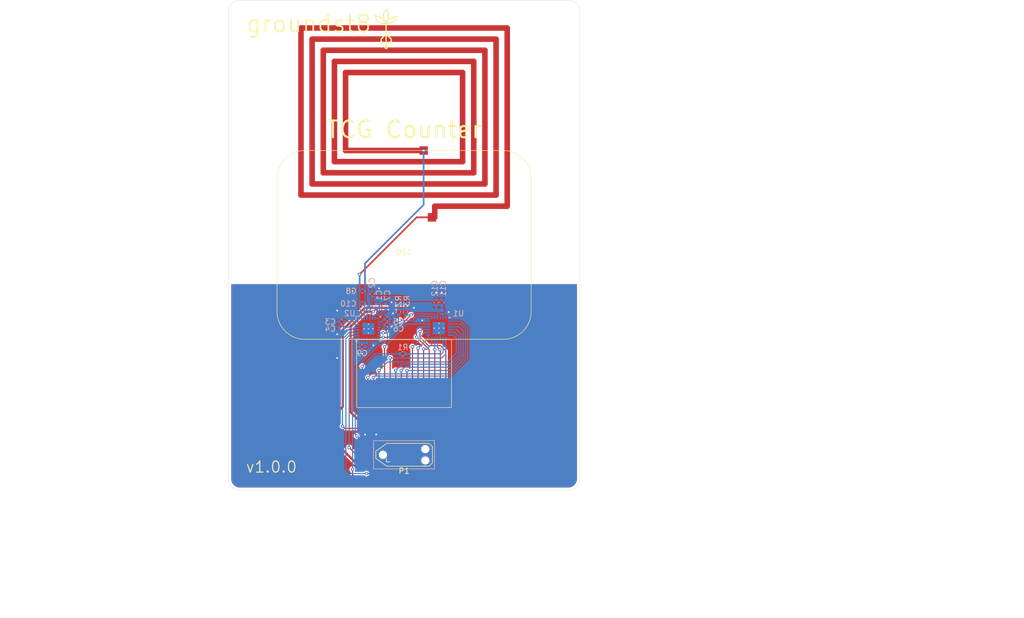
<source format=kicad_pcb>
(kicad_pcb (version 20240108) (generator "pcbnew") (generator_version "8.0")
  (title_block (title "TCG Counter") (rev "1") (company "groundst8"))
  (layers (0 "F.Cu" signal) (31 "B.Cu" signal) (34 "B.Paste" user) (35 "F.Paste" user) (36 "B.SilkS" user "B.Silkscreen") (37 "F.SilkS" user "F.Silkscreen") (38 "B.Mask" user) (39 "F.Mask" user) (44 "Edge.Cuts" user))
  (net 0 "")
  (net 1 "GND")
  (net 2 "VDDB")
  (net 3 "VDDSW")
  (net 4 "Net-(U2-VDDD)")
  (net 5 "Net-(U2-VDDH)")
  (net 6 "Net-(U2-VDD2X)")
  (net 7 "Net-(P1-~{RST})")
  (net 8 "Net-(U2-CP1)")
  (net 9 "Net-(U2-CP2)")
  (net 10 "/SVSS")
  (net 11 "TMS")
  (net 12 "TDO")
  (net 14 "TDI")
  (net 15 "TCK")
  (net 17 "Net-(U1-P07)")
  (net 18 "Net-(U2-ANT1)")
  (net 19 "/P1.1")
  (net 20 "/P1.0")
  (net 21 "Net-(U2-ANT2)")
  (net 22 "Net-(DS1-2D)")
  (net 23 "Net-(DS1-1D)")
  (net 24 "Net-(DS1-1A)")
  (net 25 "Net-(DS1-COM)")
  (net 26 "Net-(DS1-1F)")
  (net 27 "Net-(DS1-1G)")
  (net 28 "Net-(DS1-2C)")
  (net 29 "Net-(DS1-1C)")
  (net 30 "Net-(DS1-1B)")
  (net 33 "Net-(DS1-2A)")
  (net 34 "Net-(DS1-2B)")
  (net 35 "Net-(DS1-2E)")
  (net 36 "Net-(DS1-1E)")
  (net 37 "Net-(DS1-2G)")
  (net 38 "Net-(DS1-3)")
  (net 39 "Net-(DS1-2F)")
  (footprint "LOGO" (layer "F.Cu") (at 138 50)
    (property "Reference" "G***" (hide yes))
    (property "Value" "LOGO" (hide yes))
  )
  (footprint "Connector:Tag-Connect_TC2050-IDC-NL_2x05_P1.27mm_Vertical_with_bottom_clip" (layer "F.Cu") (at 141.5 126.635)
    (property "Reference" "P1" (at 0 2.9 0) (layer "F.SilkS"))
    (property "Value" "TC2050-IDC-430")
    (pad "" np_thru_hole circle (at -3.81 0) (size 0.9906 0.9906) (drill 0.9906) (layers "*.Cu" "*.Mask"))
    (pad "" np_thru_hole circle (at 3.81 -1.016) (size 0.9906 0.9906) (drill 0.9906) (layers "*.Cu" "*.Mask"))
    (pad "" np_thru_hole circle (at 3.81 1.016) (size 0.9906 0.9906) (drill 0.9906) (layers "*.Cu" "*.Mask"))
    (pad "1" connect circle (at -2.54 0.635) (size 0.7874 0.7874) (layers "F.Cu" "F.Mask") (net 12 "TDO"))
    (pad "2" connect circle (at -1.27 0.635) (size 0.7874 0.7874) (layers "F.Cu" "F.Mask") (net 3 "VDDSW"))
    (pad "3" connect circle (at 0 0.635) (size 0.7874 0.7874) (layers "F.Cu" "F.Mask") (net 14 "TDI"))
    (pad "4" connect circle (at 1.27 0.635) (size 0.7874 0.7874) (layers "F.Cu" "F.Mask"))
    (pad "5" connect circle (at 2.54 0.635) (size 0.7874 0.7874) (layers "F.Cu" "F.Mask") (net 11 "TMS"))
    (pad "6" connect circle (at 2.54 -0.635) (size 0.7874 0.7874) (layers "F.Cu" "F.Mask") (net 2 "VDDB"))
    (pad "7" connect circle (at 1.27 -0.635) (size 0.7874 0.7874) (layers "F.Cu" "F.Mask") (net 15 "TCK"))
    (pad "8" connect circle (at 0 -0.635) (size 0.7874 0.7874) (layers "F.Cu" "F.Mask"))
    (pad "9" connect circle (at -1.27 -0.635) (size 0.7874 0.7874) (layers "F.Cu" "F.Mask") (net 1 "GND"))
    (pad "10" connect circle (at -2.54 -0.635) (size 0.7874 0.7874) (layers "F.Cu" "F.Mask") (net 7 "Net-(P1-~{RST})"))
    (zone (net 0) (net_name "") (layer "F.Cu") (connect_pads (clearance 0)) (min_thickness 0.254)
      (keepout (tracks allowed) (vias not_allowed) (pads allowed) (copperpour not_allowed) (footprints not_allowed))
      (fill (thermal_gap 0.508) (thermal_bridge_width 0.508))
      (polygon (pts (xy 138.96 127.27) (xy 144.04 127.27) (xy 144.04 126) (xy 138.96 126)))
    )
  )
  (footprint "Library:D0430G02V01" (layer "F.Cu") (at 141.5 89)
    (property "Reference" "DS1" (at 0 1.25 0) (layer "F.SilkS") (effects (font (thickness 0.1))))
    (property "Value" "~")
    (pad "1" smd rect (at -7.5 26.7) (size 0.5 5) (layers "F.Cu" "F.Mask") (net 25 "Net-(DS1-COM)"))
    (pad "2" smd rect (at -6.5 26.7) (size 0.5 5) (layers "F.Cu" "F.Mask") (net 30 "Net-(DS1-1B)"))
    (pad "3" smd rect (at -5.5 26.7) (size 0.5 5) (layers "F.Cu" "F.Mask") (net 24 "Net-(DS1-1A)"))
    (pad "4" smd rect (at -4.5 26.7) (size 0.5 5) (layers "F.Cu" "F.Mask") (net 26 "Net-(DS1-1F)"))
    (pad "5" smd rect (at -3.5 26.7) (size 0.5 5) (layers "F.Cu" "F.Mask") (net 38 "Net-(DS1-3)"))
    (pad "6" smd rect (at -2.5 26.7) (size 0.5 5) (layers "F.Cu" "F.Mask") (net 27 "Net-(DS1-1G)"))
    (pad "7" smd rect (at -1.5 26.7) (size 0.5 5) (layers "F.Cu" "F.Mask") (net 36 "Net-(DS1-1E)"))
    (pad "8" smd rect (at -0.5 26.7) (size 0.5 5) (layers "F.Cu" "F.Mask") (net 23 "Net-(DS1-1D)"))
    (pad "9" smd rect (at 0.5 26.7) (size 0.5 5) (layers "F.Cu" "F.Mask") (net 29 "Net-(DS1-1C)"))
    (pad "10" smd rect (at 1.5 26.7) (size 0.5 5) (layers "F.Cu" "F.Mask") (net 35 "Net-(DS1-2E)"))
    (pad "11" smd rect (at 2.5 26.7) (size 0.5 5) (layers "F.Cu" "F.Mask") (net 22 "Net-(DS1-2D)"))
    (pad "12" smd rect (at 3.5 26.7) (size 0.5 5) (layers "F.Cu" "F.Mask") (net 28 "Net-(DS1-2C)"))
    (pad "13" smd rect (at 4.5 26.7) (size 0.5 5) (layers "F.Cu" "F.Mask") (net 37 "Net-(DS1-2G)"))
    (pad "14" smd rect (at 5.5 26.7) (size 0.5 5) (layers "F.Cu" "F.Mask") (net 34 "Net-(DS1-2B)"))
    (pad "15" smd rect (at 6.5 26.7) (size 0.5 5) (layers "F.Cu" "F.Mask") (net 33 "Net-(DS1-2A)"))
    (pad "16" smd rect (at 7.5 26.7) (size 0.5 5) (layers "F.Cu" "F.Mask") (net 39 "Net-(DS1-2F)"))
  )
  (footprint "footprints:GW10ANT" (layer "F.Cu") (at 121 49 -90)
    (property "Reference" "L1" (hide yes))
    (property "Value" "Antenna" (hide yes))
    (fp_line (start 1 -2) (end 31 -2) (stroke (width 1)) (layer "F.Cu"))
    (fp_line (start 31 -2) (end 31 -37) (stroke (width 1)) (layer "F.Cu"))
    (fp_line (start 3 -4) (end 29 -4) (stroke (width 1)) (layer "F.Cu"))
    (fp_line (start 29 -4) (end 29 -35) (stroke (width 1)) (layer "F.Cu"))
    (fp_line (start 5 -6) (end 27 -6) (stroke (width 1)) (layer "F.Cu"))
    (fp_line (start 27 -6) (end 27 -33) (stroke (width 1)) (layer "F.Cu"))
    (fp_line (start 7 -8) (end 25 -8) (stroke (width 1)) (layer "F.Cu"))
    (fp_line (start 25 -8) (end 25 -31) (stroke (width 1)) (layer "F.Cu"))
    (fp_line (start 9 -10) (end 23 -10) (stroke (width 1)) (layer "F.Cu"))
    (fp_line (start 23 -10) (end 23 -23) (stroke (width 1)) (layer "F.Cu"))
    (fp_line (start 33 -26) (end 33 -39) (stroke (width 1)) (layer "F.Cu"))
    (fp_line (start 35 -26) (end 33 -26) (stroke (width 1)) (layer "F.Cu"))
    (fp_line (start 9 -31) (end 9 -10) (stroke (width 1)) (layer "F.Cu"))
    (fp_line (start 25 -31) (end 9 -31) (stroke (width 1)) (layer "F.Cu"))
    (fp_line (start 7 -33) (end 7 -8) (stroke (width 1)) (layer "F.Cu"))
    (fp_line (start 27 -33) (end 7 -33) (stroke (width 1)) (layer "F.Cu"))
    (fp_line (start 5 -35) (end 5 -6) (stroke (width 1)) (layer "F.Cu"))
    (fp_line (start 29 -35) (end 5 -35) (stroke (width 1)) (layer "F.Cu"))
    (fp_line (start 3 -37) (end 3 -4) (stroke (width 1)) (layer "F.Cu"))
    (fp_line (start 31 -37) (end 3 -37) (stroke (width 1)) (layer "F.Cu"))
    (fp_line (start 1 -39) (end 1 -2) (stroke (width 1)) (layer "F.Cu"))
    (fp_line (start 33 -39) (end 1 -39) (stroke (width 1)) (layer "F.Cu"))
    (pad "1" smd rect (at 35 -25.5 270) (size 1.524 1.524) (layers "F.Cu") (net 18 "Net-(U2-ANT1)"))
    (pad "2" smd rect (at 23 -24 270) (size 1.524 1.524) (layers "F.Cu") (net 21 "Net-(U2-ANT2)"))
  )
  (footprint "footprints:RF430FRL152H" (layer "B.Cu") (at 135.100001 104 -90)
    (property "Reference" "U2" (at -2.75 3.350001 180) (layer "B.SilkS") (effects (justify mirror)))
    (property "Value" "RF430FRL152" (hide yes))
    (pad "" thru_hole circle (at -0.8 0 270) (size 0.4 0.4) (drill 0.2) (layers "*.Cu" "B.Mask") (net 1 "GND"))
    (pad "" thru_hole circle (at 0 -0.8 270) (size 0.4 0.4) (drill 0.2) (layers "*.Cu" "B.Mask") (net 1 "GND"))
    (pad "" thru_hole circle (at 0 0 270) (size 0.4 0.4) (drill 0.2) (layers "*.Cu" "B.Mask") (net 1 "GND"))
    (pad "" thru_hole circle (at 0 0.8 270) (size 0.4 0.4) (drill 0.2) (layers "*.Cu" "B.Mask") (net 1 "GND"))
    (pad "" thru_hole circle (at 0.8 0 270) (size 0.4 0.4) (drill 0.2) (layers "*.Cu" "B.Mask") (net 1 "GND"))
    (pad "1" smd oval (at -1.899999 1.25 180) (size 0.24 0.599999) (layers "B.Cu" "B.Paste" "B.Mask") (net 18 "Net-(U2-ANT1)"))
    (pad "2" smd oval (at -1.899999 0.750001 180) (size 0.24 0.599999) (layers "B.Cu" "B.Paste" "B.Mask") (net 21 "Net-(U2-ANT2)"))
    (pad "3" smd oval (at -1.899999 0.25 180) (size 0.24 0.599999) (layers "B.Cu" "B.Paste" "B.Mask") (net 3 "VDDSW"))
    (pad "4" smd oval (at -1.899999 -0.25 180) (size 0.24 0.599999) (layers "B.Cu" "B.Paste" "B.Mask") (net 2 "VDDB"))
    (pad "5" smd oval (at -1.899999 -0.750001 180) (size 0.24 0.599999) (layers "B.Cu" "B.Paste" "B.Mask") (net 8 "Net-(U2-CP1)"))
    (pad "6" smd oval (at -1.899999 -1.25 180) (size 0.24 0.599999) (layers "B.Cu" "B.Paste" "B.Mask") (net 9 "Net-(U2-CP2)"))
    (pad "7" smd oval (at -1.25 -1.899999 270) (size 0.24 0.599999) (layers "B.Cu" "B.Paste" "B.Mask") (net 6 "Net-(U2-VDD2X)"))
    (pad "8" smd oval (at -0.750001 -1.899999 270) (size 0.24 0.599999) (layers "B.Cu" "B.Paste" "B.Mask"))
    (pad "9" smd oval (at -0.25 -1.899999 270) (size 0.24 0.599999) (layers "B.Cu" "B.Paste" "B.Mask"))
    (pad "10" smd oval (at 0.25 -1.899999 270) (size 0.24 0.599999) (layers "B.Cu" "B.Paste" "B.Mask") (net 7 "Net-(P1-~{RST})"))
    (pad "11" smd oval (at 0.750001 -1.899999 270) (size 0.24 0.599999) (layers "B.Cu" "B.Paste" "B.Mask") (net 19 "/P1.1"))
    (pad "12" smd oval (at 1.25 -1.899999 270) (size 0.24 0.599999) (layers "B.Cu" "B.Paste" "B.Mask") (net 20 "/P1.0"))
    (pad "13" smd oval (at 1.899999 -1.25 180) (size 0.24 0.599999) (layers "B.Cu" "B.Paste" "B.Mask"))
    (pad "14" smd oval (at 1.899999 -0.750001 180) (size 0.24 0.599999) (layers "B.Cu" "B.Paste" "B.Mask") (net 1 "GND"))
    (pad "15" smd oval (at 1.899999 -0.25 180) (size 0.24 0.599999) (layers "B.Cu" "B.Paste" "B.Mask") (net 10 "/SVSS"))
    (pad "16" smd oval (at 1.899999 0.25 180) (size 0.24 0.599999) (layers "B.Cu" "B.Paste" "B.Mask") (net 1 "GND"))
    (pad "17" smd oval (at 1.899999 0.750001 180) (size 0.24 0.599999) (layers "B.Cu" "B.Paste" "B.Mask"))
    (pad "18" smd oval (at 1.899999 1.25 180) (size 0.24 0.599999) (layers "B.Cu" "B.Paste" "B.Mask"))
    (pad "19" smd oval (at 1.25 1.899999 270) (size 0.24 0.599999) (layers "B.Cu" "B.Paste" "B.Mask") (net 11 "TMS"))
    (pad "20" smd oval (at 0.750001 1.899999 270) (size 0.24 0.599999) (layers "B.Cu" "B.Paste" "B.Mask") (net 12 "TDO"))
    (pad "21" smd oval (at 0.25 1.899999 270) (size 0.24 0.599999) (layers "B.Cu" "B.Paste" "B.Mask") (net 14 "TDI"))
    (pad "22" smd oval (at -0.25 1.899999 270) (size 0.24 0.599999) (layers "B.Cu" "B.Paste" "B.Mask") (net 15 "TCK"))
    (pad "23" smd oval (at -0.750001 1.899999 270) (size 0.24 0.599999) (layers "B.Cu" "B.Paste" "B.Mask") (net 5 "Net-(U2-VDDH)"))
    (pad "24" smd oval (at -1.25 1.899999 270) (size 0.24 0.599999) (layers "B.Cu" "B.Paste" "B.Mask") (net 4 "Net-(U2-VDDD)"))
    (pad "25" smd rect (at 0 0 270) (size 2.100001 2.100001) (layers "B.Cu" "B.Paste" "B.Mask") (net 1 "GND"))
  )
  (footprint "Capacitor_SMD:C_0402_1005Metric" (layer "B.Cu") (at 135.75 97.75 90)
    (property "Reference" "C2" (at 2 0 90) (layer "B.SilkS") (effects (justify mirror)))
    (property "Value" "2.2µF" (hide yes))
    (pad "1" smd roundrect (at -0.48 0 90) (size 0.56 0.62) (layers "B.Cu" "B.Paste" "B.Mask") (net 3 "VDDSW"))
    (pad "2" smd roundrect (at 0.48 0 90) (size 0.56 0.62) (layers "B.Cu" "B.Paste" "B.Mask") (net 1 "GND"))
  )
  (footprint "Resistor_SMD:R_0402_1005Metric" (layer "B.Cu") (at 141.75 101 -90)
    (property "Reference" "R3" (at -2 -0.25 90) (layer "B.SilkS") (effects (justify mirror)))
    (property "Value" "10k" (hide yes))
    (pad "1" smd roundrect (at -0.51 0 270) (size 0.54 0.64) (layers "B.Cu" "B.Paste" "B.Mask") (net 3 "VDDSW"))
    (pad "2" smd roundrect (at 0.51 0 270) (size 0.54 0.64) (layers "B.Cu" "B.Paste" "B.Mask") (net 20 "/P1.0"))
  )
  (footprint "Capacitor_SMD:C_0402_1005Metric" (layer "B.Cu") (at 138.5 102.25)
    (property "Reference" "C5" (at 2 0.5 0) (layer "B.SilkS") (effects (justify mirror)))
    (property "Value" "100nF" (hide yes))
    (pad "1" smd roundrect (at -0.48 0) (size 0.56 0.62) (layers "B.Cu" "B.Paste" "B.Mask") (net 6 "Net-(U2-VDD2X)"))
    (pad "2" smd roundrect (at 0.48 0) (size 0.56 0.62) (layers "B.Cu" "B.Paste" "B.Mask") (net 1 "GND"))
  )
  (footprint "Capacitor_SMD:C_0402_1005Metric" (layer "B.Cu") (at 133.98 107.25)
    (property "Reference" "C9" (at 0 1.16 0) (layer "B.SilkS") (effects (justify mirror)))
    (property "Value" "1µF" (hide yes))
    (pad "1" smd roundrect (at -0.48 0) (size 0.56 0.62) (layers "B.Cu" "B.Paste" "B.Mask") (net 1 "GND"))
    (pad "2" smd roundrect (at 0.48 0) (size 0.56 0.62) (layers "B.Cu" "B.Paste" "B.Mask") (net 10 "/SVSS"))
  )
  (footprint "Resistor_SMD:R_0402_1005Metric" (layer "B.Cu") (at 140.5 101 -90)
    (property "Reference" "R2" (at -2 0 90) (layer "B.SilkS") (effects (justify mirror)))
    (property "Value" "10k" (hide yes))
    (pad "1" smd roundrect (at -0.51 0 270) (size 0.54 0.64) (layers "B.Cu" "B.Paste" "B.Mask") (net 3 "VDDSW"))
    (pad "2" smd roundrect (at 0.51 0 270) (size 0.54 0.64) (layers "B.Cu" "B.Paste" "B.Mask") (net 19 "/P1.1"))
  )
  (footprint "Capacitor_SMD:C_0402_1005Metric" (layer "B.Cu") (at 138.25 100.02 -90)
    (property "Reference" "C7" (at -2.02 -0.25 90) (layer "B.SilkS") (effects (justify mirror)))
    (property "Value" "10nF" (hide yes))
    (pad "1" smd roundrect (at -0.48 0 270) (size 0.56 0.62) (layers "B.Cu" "B.Paste" "B.Mask") (net 8 "Net-(U2-CP1)"))
    (pad "2" smd roundrect (at 0.48 0 270) (size 0.56 0.62) (layers "B.Cu" "B.Paste" "B.Mask") (net 9 "Net-(U2-CP2)"))
  )
  (footprint "Capacitor_SMD:C_0402_1005Metric" (layer "B.Cu") (at 130.27 102.75 180)
    (property "Reference" "C3" (at 2.02 0 0) (layer "B.SilkS") (effects (justify mirror)))
    (property "Value" "100nF" (hide yes))
    (pad "1" smd roundrect (at -0.48 0 180) (size 0.56 0.62) (layers "B.Cu" "B.Paste" "B.Mask") (net 4 "Net-(U2-VDDD)"))
    (pad "2" smd roundrect (at 0.48 0 180) (size 0.56 0.62) (layers "B.Cu" "B.Paste" "B.Mask") (net 1 "GND"))
  )
  (footprint "TIFootprints:TI_RTW24_4x4mm_EP2.2mm" (layer "B.Cu") (at 147.750001 103.8923 -90)
    (property "Reference" "U1" (hide yes))
    (property "Value" "TCAL9539RTW" (hide yes))
    (pad "" thru_hole circle (at -0.85 0 270) (size 0.4 0.4) (drill 0.2) (layers "*.Cu" "B.Mask") (net 1 "GND"))
    (pad "" thru_hole circle (at 0 -0.85 270) (size 0.4 0.4) (drill 0.2) (layers "*.Cu" "B.Mask") (net 1 "GND"))
    (pad "" thru_hole circle (at 0 0 270) (size 0.4 0.4) (drill 0.2) (layers "*.Cu" "B.Mask") (net 1 "GND"))
    (pad "" thru_hole circle (at 0 0.85 270) (size 0.4 0.4) (drill 0.2) (layers "*.Cu" "B.Mask") (net 1 "GND"))
    (pad "" thru_hole circle (at 0.85 0 270) (size 0.4 0.4) (drill 0.2) (layers "*.Cu" "B.Mask") (net 1 "GND"))
    (pad "1" smd rect (at -1.25 -1.9 270) (size 0.25 0.6) (layers "B.Cu" "B.Paste" "B.Mask") (net 24 "Net-(DS1-1A)"))
    (pad "2" smd rect (at -0.75 -1.9 270) (size 0.25 0.6) (layers "B.Cu" "B.Paste" "B.Mask") (net 30 "Net-(DS1-1B)"))
    (pad "3" smd rect (at -0.25 -1.9 270) (size 0.25 0.6) (layers "B.Cu" "B.Paste" "B.Mask") (net 29 "Net-(DS1-1C)"))
    (pad "4" smd rect (at 0.25 -1.9 270) (size 0.25 0.6) (layers "B.Cu" "B.Paste" "B.Mask") (net 23 "Net-(DS1-1D)"))
    (pad "5" smd rect (at 0.75 -1.9 270) (size 0.25 0.6) (layers "B.Cu" "B.Paste" "B.Mask") (net 36 "Net-(DS1-1E)"))
    (pad "6" smd rect (at 1.25 -1.9 270) (size 0.25 0.6) (layers "B.Cu" "B.Paste" "B.Mask") (net 26 "Net-(DS1-1F)"))
    (pad "7" smd rect (at 1.9 -1.25 180) (size 0.25 0.6) (layers "B.Cu" "B.Paste" "B.Mask") (net 27 "Net-(DS1-1G)"))
    (pad "8" smd rect (at 1.9 -0.75 180) (size 0.25 0.6) (layers "B.Cu" "B.Paste" "B.Mask") (net 17 "Net-(U1-P07)"))
    (pad "9" smd rect (at 1.9 -0.25 180) (size 0.25 0.6) (layers "B.Cu" "B.Paste" "B.Mask") (net 1 "GND"))
    (pad "10" smd rect (at 1.9 0.25 180) (size 0.25 0.6) (layers "B.Cu" "B.Paste" "B.Mask") (net 33 "Net-(DS1-2A)"))
    (pad "11" smd rect (at 1.9 0.75 180) (size 0.25 0.6) (layers "B.Cu" "B.Paste" "B.Mask") (net 34 "Net-(DS1-2B)"))
    (pad "12" smd rect (at 1.9 1.25 180) (size 0.25 0.6) (layers "B.Cu" "B.Paste" "B.Mask") (net 28 "Net-(DS1-2C)"))
    (pad "13" smd rect (at 1.25 1.9 90) (size 0.25 0.6) (layers "B.Cu" "B.Paste" "B.Mask") (net 22 "Net-(DS1-2D)"))
    (pad "14" smd rect (at 0.75 1.9 90) (size 0.25 0.6) (layers "B.Cu" "B.Paste" "B.Mask") (net 35 "Net-(DS1-2E)"))
    (pad "15" smd rect (at 0.25 1.9 90) (size 0.25 0.6) (layers "B.Cu" "B.Paste" "B.Mask") (net 39 "Net-(DS1-2F)"))
    (pad "16" smd rect (at -0.25 1.9 90) (size 0.25 0.6) (layers "B.Cu" "B.Paste" "B.Mask") (net 37 "Net-(DS1-2G)"))
    (pad "17" smd rect (at -0.75 1.9 90) (size 0.25 0.6) (layers "B.Cu" "B.Paste" "B.Mask") (net 38 "Net-(DS1-3)"))
    (pad "18" smd rect (at -1.25 1.9 90) (size 0.25 0.6) (layers "B.Cu" "B.Paste" "B.Mask") (net 1 "GND"))
    (pad "19" smd rect (at -1.9 1.25) (size 0.25 0.6) (layers "B.Cu" "B.Paste" "B.Mask") (net 19 "/P1.1"))
    (pad "20" smd rect (at -1.9 0.75) (size 0.25 0.6) (layers "B.Cu" "B.Paste" "B.Mask") (net 20 "/P1.0"))
    (pad "21" smd rect (at -1.9 0.25) (size 0.25 0.6) (layers "B.Cu" "B.Paste" "B.Mask") (net 3 "VDDSW"))
    (pad "22" smd rect (at -1.9 -0.25) (size 0.25 0.6) (layers "B.Cu" "B.Paste" "B.Mask"))
    (pad "23" smd rect (at -1.9 -0.75) (size 0.25 0.6) (layers "B.Cu" "B.Paste" "B.Mask") (net 1 "GND"))
    (pad "24" smd rect (at -1.9 -1.25) (size 0.25 0.6) (layers "B.Cu" "B.Paste" "B.Mask"))
    (pad "25" smd rect (at 0 0 270) (size 2.2 2.2) (layers "B.Cu" "B.Paste" "B.Mask") (net 1 "GND"))
  )
  (footprint "Capacitor_SMD:C_0402_1005Metric" (layer "B.Cu") (at 148.25 99.27 90)
    (property "Reference" "C11" (at 2.52 0.25 90) (layer "B.SilkS") (effects (justify mirror)))
    (property "Value" "1uF" (hide yes))
    (pad "1" smd roundrect (at -0.48 0 90) (size 0.56 0.62) (layers "B.Cu" "B.Paste" "B.Mask") (net 3 "VDDSW"))
    (pad "2" smd roundrect (at 0.48 0 90) (size 0.56 0.62) (layers "B.Cu" "B.Paste" "B.Mask") (net 1 "GND"))
  )
  (footprint "Capacitor_SMD:C_0402_1005Metric" (layer "B.Cu") (at 134 97.25)
    (property "Reference" "C8" (at -2 0 0) (layer "B.SilkS") (effects (justify mirror)))
    (property "Value" "91pF" (hide yes))
    (pad "1" smd roundrect (at -0.48 0) (size 0.56 0.62) (layers "B.Cu" "B.Paste" "B.Mask") (net 18 "Net-(U2-ANT1)"))
    (pad "2" smd roundrect (at 0.48 0) (size 0.56 0.62) (layers "B.Cu" "B.Paste" "B.Mask") (net 21 "Net-(U2-ANT2)"))
  )
  (footprint "Resistor_SMD:R_0402_1005Metric" (layer "B.Cu") (at 141.25 108.5 180)
    (property "Reference" "R1" (at 0 1.17 0) (layer "B.SilkS") (effects (justify mirror)))
    (property "Value" "0" (hide yes))
    (pad "1" smd roundrect (at -0.51 0 180) (size 0.54 0.64) (layers "B.Cu" "B.Paste" "B.Mask") (net 17 "Net-(U1-P07)"))
    (pad "2" smd roundrect (at 0.51 0 180) (size 0.54 0.64) (layers "B.Cu" "B.Paste" "B.Mask") (net 25 "Net-(DS1-COM)"))
  )
  (footprint "Capacitor_SMD:C_0402_1005Metric" (layer "B.Cu") (at 130.27 103.75 180)
    (property "Reference" "C4" (at 2.02 -0.25 0) (layer "B.SilkS") (effects (justify mirror)))
    (property "Value" "100nF" (hide yes))
    (pad "1" smd roundrect (at -0.48 0 180) (size 0.56 0.62) (layers "B.Cu" "B.Paste" "B.Mask") (net 5 "Net-(U2-VDDH)"))
    (pad "2" smd roundrect (at 0.48 0 180) (size 0.56 0.62) (layers "B.Cu" "B.Paste" "B.Mask") (net 1 "GND"))
  )
  (footprint "Capacitor_SMD:C_0402_1005Metric" (layer "B.Cu") (at 147.25 99.27 90)
    (property "Reference" "C12" (at 2.52 -0.25 90) (layer "B.SilkS") (effects (justify mirror)))
    (property "Value" "0.1uF" (hide yes))
    (pad "1" smd roundrect (at -0.48 0 90) (size 0.56 0.62) (layers "B.Cu" "B.Paste" "B.Mask") (net 3 "VDDSW"))
    (pad "2" smd roundrect (at 0.48 0 90) (size 0.56 0.62) (layers "B.Cu" "B.Paste" "B.Mask") (net 1 "GND"))
  )
  (footprint "Capacitor_SMD:C_0402_1005Metric" (layer "B.Cu") (at 134 99.5)
    (property "Reference" "C10" (at -2.5 0 0) (layer "B.SilkS") (effects (justify mirror)))
    (property "Value" "DNP" (hide yes))
    (pad "1" smd roundrect (at -0.48 0) (size 0.56 0.62) (layers "B.Cu" "B.Paste" "B.Mask") (net 18 "Net-(U2-ANT1)"))
    (pad "2" smd roundrect (at 0.48 0) (size 0.56 0.62) (layers "B.Cu" "B.Paste" "B.Mask") (net 21 "Net-(U2-ANT2)"))
  )
  (footprint "Capacitor_SMD:C_0402_1005Metric" (layer "B.Cu") (at 136.5 100.02 90)
    (property "Reference" "C1" (at 2.02 0.5 90) (layer "B.SilkS") (effects (justify mirror)))
    (property "Value" "100nF" (hide yes))
    (pad "1" smd roundrect (at -0.48 0 90) (size 0.56 0.62) (layers "B.Cu" "B.Paste" "B.Mask") (net 2 "VDDB"))
    (pad "2" smd roundrect (at 0.48 0 90) (size 0.56 0.62) (layers "B.Cu" "B.Paste" "B.Mask") (net 1 "GND"))
  )
  (footprint "Capacitor_SMD:C_0402_1005Metric" (layer "B.Cu") (at 138.48 103.25)
    (property "Reference" "C6" (at 2.02 0.75 0) (layer "B.SilkS") (effects (justify mirror)))
    (property "Value" "10nF" (hide yes))
    (pad "1" smd roundrect (at -0.48 0) (size 0.56 0.62) (layers "B.Cu" "B.Paste" "B.Mask") (net 7 "Net-(P1-~{RST})"))
    (pad "2" smd roundrect (at 0.48 0) (size 0.56 0.62) (layers "B.Cu" "B.Paste" "B.Mask") (net 1 "GND"))
  )
  (gr_arc (start 173 131) (mid 172.414214 132.414214) (end 171 133) (stroke (width 0.05)) (layer "Edge.Cuts"))
  (gr_arc (start 110 47) (mid 110.585786 45.585786) (end 112 45) (stroke (width 0.05)) (layer "Edge.Cuts"))
  (gr_line (start 110 131) (end 110 47) (stroke (width 0.05)) (layer "Edge.Cuts"))
  (gr_arc (start 112 133) (mid 110.585786 132.414214) (end 110 131) (stroke (width 0.05)) (layer "Edge.Cuts"))
  (gr_arc (start 171 45) (mid 172.414214 45.585786) (end 173 47) (stroke (width 0.05)) (layer "Edge.Cuts"))
  (gr_line (start 171 133) (end 112 133) (stroke (width 0.05)) (layer "Edge.Cuts"))
  (gr_line (start 173 47) (end 173 131) (stroke (width 0.05)) (layer "Edge.Cuts"))
  (gr_line (start 112 45) (end 171 45) (stroke (width 0.05)) (layer "Edge.Cuts"))
  (gr_text "U1" (at 151.25 101.25 0) (layer "B.SilkS") (effects (font (size 1 1)) (justify mirror)))
  (gr_text "v1.0.0" (at 113 130 0) (layer "F.SilkS") (effects (font (size 2 2) (thickness 0.2)) (justify left bottom)))
  (gr_text "groundst8" (at 113 51 0) (layer "F.SilkS") (effects (font (size 3 3) (thickness 0.3)) (justify left bottom)))
  (gr_text "TCG Counter" (at 127.35 70 0) (layer "F.SilkS") (effects (font (size 3 3) (thickness 0.375)) (justify left bottom)))
  (via (at 147.25 97.5) (size 0.6) (drill 0.3) (layers "F.Cu" "B.Cu") (net 1))
  (via (at 137 96.75) (size 0.6) (drill 0.3) (layers "F.Cu" "B.Cu") (net 1))
  (via (at 134 108.5) (size 0.6) (drill 0.3) (layers "F.Cu" "B.Cu") (net 1))
  (via (at 149.5 101) (size 0.6) (drill 0.3) (layers "F.Cu" "B.Cu") (net 1))
  (via (at 139.5 101.25) (size 0.6) (drill 0.3) (layers "F.Cu" "B.Cu") (net 1))
  (via (at 144.75 102.5) (size 0.6) (drill 0.3) (layers "F.Cu" "B.Cu") (net 1))
  (via (at 136 107) (size 0.6) (drill 0.3) (layers "F.Cu" "B.Cu") (net 1))
  (via (at 136.5 123) (size 0.6) (drill 0.3) (layers "F.Cu" "B.Cu") (net 1))
  (via (at 134.5 123) (size 0.6) (drill 0.3) (layers "F.Cu" "B.Cu") (net 1))
  (via (at 148.25 97.5) (size 0.6) (drill 0.3) (layers "F.Cu" "B.Cu") (net 1))
  (via (at 139.25 99.25) (size 0.6) (drill 0.3) (layers "F.Cu" "B.Cu") (net 1))
  (via (at 129.5 105) (size 0.6) (drill 0.3) (layers "F.Cu" "B.Cu") (net 1))
  (via (at 132.25 97.25) (size 0.6) (drill 0.3) (layers "F.Cu" "B.Cu") (net 1))
  (via (at 129.5 109.25) (size 0.6) (drill 0.3) (layers "F.Cu" "B.Cu") (net 1))
  (via (at 129.5 100.75) (size 0.6) (drill 0.3) (layers "F.Cu" "B.Cu") (net 1))
  (segment (start 148.000001 105.7846) (end 148.000001 104.5) (width 0.2) (layer "B.Cu") (net 1))
  (segment (start 134.15 121.25) (end 131.9 119) (width 0.4) (layer "F.Cu") (net 2))
  (segment (start 131.9 103.632842) (end 134.598792 100.93405) (width 0.4) (layer "F.Cu") (net 2))
  (segment (start 142 121.25) (end 134.15 121.25) (width 0.4) (layer "F.Cu") (net 2))
  (segment (start 144.04 123.29) (end 142 121.25) (width 0.4) (layer "F.Cu") (net 2))
  (segment (start 131.9 119) (end 131.9 103.632842) (width 0.4) (layer "F.Cu") (net 2))
  (segment (start 144.04 126) (end 144.04 123.29) (width 0.4) (layer "F.Cu") (net 2))
  (segment (start 134.598792 100.93405) (end 135.976781 100.93405) (width 0.4) (layer "F.Cu") (net 2))
  (via (at 135.976781 100.93405) (size 0.6) (drill 0.3) (layers "F.Cu" "B.Cu") (net 2))
  (segment (start 136.06595 100.93405) (end 136.5 100.5) (width 0.2) (layer "B.Cu") (net 2))
  (segment (start 135.976781 100.93405) (end 136.06595 100.93405) (width 0.2) (layer "B.Cu") (net 2))
  (segment (start 135.350001 102.100001) (end 135.350001 101.56083) (width 0.2) (layer "B.Cu") (net 2))
  (segment (start 135.350001 101.56083) (end 135.976781 100.93405) (width 0.2) (layer "B.Cu") (net 2))
  (segment (start 133.75 129) (end 138.5 129) (width 0.4) (layer "F.Cu") (net 3))
  (segment (start 138.5 129) (end 140.23 127.27) (width 0.4) (layer "F.Cu") (net 3))
  (segment (start 129.25 124.5) (end 133.75 129) (width 0.4) (layer "F.Cu") (net 3))
  (segment (start 143.25 100.25) (end 143.23405 100.23405) (width 0.4) (layer "F.Cu") (net 3))
  (segment (start 129.25 119.25) (end 129.25 124.5) (width 0.4) (layer "F.Cu") (net 3))
  (segment (start 143.23405 100.23405) (end 134.450264 100.23405) (width 0.4) (layer "F.Cu") (net 3))
  (segment (start 134.450264 100.23405) (end 130.5 104.184314) (width 0.4) (layer "F.Cu") (net 3))
  (segment (start 130.5 104.184314) (end 130.5 118) (width 0.4) (layer "F.Cu") (net 3))
  (segment (start 130.5 118) (end 129.25 119.25) (width 0.4) (layer "F.Cu") (net 3))
  (via (at 143.25 100.25) (size 0.6) (drill 0.3) (layers "F.Cu" "B.Cu") (net 3))
  (segment (start 135.75 100.25) (end 135.75 98.46) (width 0.2) (layer "B.Cu") (net 3))
  (segment (start 141.23 98.23) (end 143.25 100.25) (width 0.2) (layer "B.Cu") (net 3))
  (segment (start 147.500001 102) (end 147.500001 100.750001) (width 0.2) (layer "B.Cu") (net 3))
  (segment (start 134.850001 102.100001) (end 134.850001 101.149999) (width 0.2) (layer "B.Cu") (net 3))
  (segment (start 141.23 98.23) (end 135.75 98.23) (width 0.2) (layer "B.Cu") (net 3))
  (segment (start 134.850001 101.149999) (end 135.75 100.25) (width 0.2) (layer "B.Cu") (net 3))
  (segment (start 133.200002 102.75) (end 130.75 102.75) (width 0.2) (layer "B.Cu") (net 4))
  (segment (start 131.5 103.75) (end 130.75 103.75) (width 0.2) (layer "B.Cu") (net 5))
  (segment (start 132.000001 103.249999) (end 131.5 103.75) (width 0.2) (layer "B.Cu") (net 5))
  (segment (start 133.200002 103.249999) (end 132.000001 103.249999) (width 0.2) (layer "B.Cu") (net 5))
  (segment (start 137 102.75) (end 137.52 102.75) (width 0.2) (layer "B.Cu") (net 6))
  (segment (start 137.52 102.75) (end 138.02 102.25) (width 0.2) (layer "B.Cu") (net 6))
  (segment (start 133 123.25) (end 134.25 124.5) (width 0.2) (layer "F.Cu") (net 7))
  (segment (start 134.25 124.5) (end 137.46 124.5) (width 0.2) (layer "F.Cu") (net 7))
  (segment (start 137.46 124.5) (end 138.96 126) (width 0.2) (layer "F.Cu") (net 7))
  (via (at 133 123.25) (size 0.6) (drill 0.3) (layers "F.Cu" "B.Cu") (net 7))
  (segment (start 138 104.151471) (end 138 103.25) (width 0.2) (layer "B.Cu") (net 7))
  (segment (start 138 103.651471) (end 138 103.25) (width 0.2) (layer "B.Cu") (net 7))
  (segment (start 138.5 105.901471) (end 138.5 104.651471) (width 0.2) (layer "B.Cu") (net 7))
  (segment (start 138.5 104.651471) (end 138 104.151471) (width 0.2) (layer "B.Cu") (net 7))
  (segment (start 137.998529 104.15) (end 138 104.151471) (width 0.2) (layer "B.Cu") (net 7))
  (segment (start 137.075735 106.825736) (end 137.575735 106.825736) (width 0.2) (layer "B.Cu") (net 7))
  (segment (start 137 104.25) (end 137.401471 104.25) (width 0.2) (layer "B.Cu") (net 7))
  (segment (start 132.75 123) (end 132.75 111.151471) (width 0.2) (layer "B.Cu") (net 7))
  (segment (start 133 123.25) (end 132.75 123) (width 0.2) (layer "B.Cu") (net 7))
  (segment (start 132.75 111.151471) (end 137.075735 106.825736) (width 0.2) (layer "B.Cu") (net 7))
  (segment (start 137.401471 104.25) (end 138 103.651471) (width 0.2) (layer "B.Cu") (net 7))
  (segment (start 137.575735 106.825736) (end 138.5 105.901471) (width 0.2) (layer "B.Cu") (net 7))
  (segment (start 135.850002 102.100001) (end 135.850002 101.82603) (width 0.2) (layer "B.Cu") (net 8))
  (segment (start 135.850002 101.82603) (end 136.176032 101.5) (width 0.2) (layer "B.Cu") (net 8))
  (segment (start 136.176032 101.5) (end 136.934314 101.5) (width 0.2) (layer "B.Cu") (net 8))
  (segment (start 137.5 99.75) (end 137.71 99.54) (width 0.2) (layer "B.Cu") (net 8))
  (segment (start 137.5 100.934314) (end 137.5 99.75) (width 0.2) (layer "B.Cu") (net 8))
  (segment (start 136.934314 101.5) (end 137.5 100.934314) (width 0.2) (layer "B.Cu") (net 8))
  (segment (start 137.71 99.54) (end 138.25 99.54) (width 0.2) (layer "B.Cu") (net 8))
  (segment (start 136.899999 102.100001) (end 138.25 100.75) (width 0.2) (layer "B.Cu") (net 9))
  (segment (start 138.25 100.75) (end 138.25 100.5) (width 0.2) (layer "B.Cu") (net 9))
  (segment (start 136.350001 102.100001) (end 136.899999 102.100001) (width 0.2) (layer "B.Cu") (net 9))
  (segment (start 135 107.25) (end 134.46 107.25) (width 0.2) (layer "B.Cu") (net 10))
  (segment (start 135.350001 105.899999) (end 135.350001 106.899999) (width 0.2) (layer "B.Cu") (net 10))
  (segment (start 135.350001 106.899999) (end 135 107.25) (width 0.2) (layer "B.Cu") (net 10))
  (segment (start 141 131) (end 144.04 127.96) (width 0.2) (layer "F.Cu") (net 11))
  (segment (start 144.04 127.96) (end 144.04 127.27) (width 0.2) (layer "F.Cu") (net 11))
  (segment (start 133 131) (end 132.25 130.25) (width 0.2) (layer "F.Cu") (net 11))
  (segment (start 132.25 130.25) (end 132.25 129.25) (width 0.2) (layer "F.Cu") (net 11))
  (segment (start 141 131) (end 133 131) (width 0.2) (layer "F.Cu") (net 11))
  (via (at 132.25 129.25) (size 0.6) (drill 0.3) (layers "F.Cu" "B.Cu") (net 11))
  (segment (start 132.75 105.25) (end 133.200002 105.25) (width 0.2) (layer "B.Cu") (net 11))
  (segment (start 132.25 129.25) (end 132.25 105.75) (width 0.2) (layer "B.Cu") (net 11))
  (segment (start 132.25 105.75) (end 132.75 105.25) (width 0.2) (layer "B.Cu") (net 11))
  (segment (start 138.48 127.75) (end 138.96 127.27) (width 0.2) (layer "F.Cu") (net 12))
  (segment (start 134.065686 127.75) (end 138.48 127.75) (width 0.2) (layer "F.Cu") (net 12))
  (segment (start 131.65 125.334314) (end 134.065686 127.75) (width 0.2) (layer "F.Cu") (net 12))
  (via (at 131.65 125.334314) (size 0.6) (drill 0.3) (layers "F.Cu" "B.Cu") (net 12))
  (segment (start 132.684313 104.750001) (end 133.200002 104.750001) (width 0.2) (layer "B.Cu") (net 12))
  (segment (start 131.65 105.784314) (end 132.684313 104.750001) (width 0.2) (layer "B.Cu") (net 12))
  (segment (start 131.65 125.334314) (end 131.65 105.784314) (width 0.2) (layer "B.Cu") (net 12))
  (segment (start 138.77 130) (end 141.5 127.27) (width 0.2) (layer "F.Cu") (net 14))
  (segment (start 134.75 130) (end 138.77 130) (width 0.2) (layer "F.Cu") (net 14))
  (via (at 134.75 130) (size 0.6) (drill 0.3) (layers "F.Cu" "B.Cu") (net 14))
  (segment (start 132.618628 104.25) (end 133.200002 104.25) (width 0.2) (layer "B.Cu") (net 14))
  (segment (start 131.05 105.818628) (end 132.618628 104.25) (width 0.2) (layer "B.Cu") (net 14))
  (segment (start 132 130) (end 131.05 129.05) (width 0.2) (layer "B.Cu") (net 14))
  (segment (start 134.75 130) (end 132 130) (width 0.2) (layer "B.Cu") (net 14))
  (segment (start 131.05 129.05) (end 131.05 105.818628) (width 0.2) (layer "B.Cu") (net 14))
  (segment (start 142.77 124.27) (end 142.77 126) (width 0.2) (layer "F.Cu") (net 15))
  (segment (start 130.45 121.5) (end 130.85 121.9) (width 0.2) (layer "F.Cu") (net 15))
  (segment (start 130.85 121.9) (end 140.4 121.9) (width 0.2) (layer "F.Cu") (net 15))
  (segment (start 140.4 121.9) (end 142.77 124.27) (width 0.2) (layer "F.Cu") (net 15))
  (via (at 130.45 121.5) (size 0.6) (drill 0.3) (layers "F.Cu" "B.Cu") (net 15))
  (segment (start 133.200002 103.75) (end 132.552942 103.75) (width 0.2) (layer "B.Cu") (net 15))
  (segment (start 132.552942 103.75) (end 130.45 105.852942) (width 0.2) (layer "B.Cu") (net 15))
  (segment (start 130.45 105.852942) (end 130.45 121.5) (width 0.2) (layer "B.Cu") (net 15))
  (segment (start 141.76 108.5) (end 148.25 108.5) (width 0.2) (layer "B.Cu") (net 17))
  (segment (start 148.25 108.5) (end 148.500001 108.249999) (width 0.2) (layer "B.Cu") (net 17))
  (segment (start 148.500001 108.249999) (end 148.500001 105.7923) (width 0.2) (layer "B.Cu") (net 17))
  (segment (start 143.75 84) (end 146.2 84) (width 0.3) (layer "F.Cu") (net 18))
  (segment (start 133.5 94.25) (end 143.75 84) (width 0.3) (layer "F.Cu") (net 18))
  (via (at 133.5 94.25) (size 0.6) (drill 0.3) (layers "F.Cu" "B.Cu") (net 18))
  (segment (start 133.5 99.52) (end 133.52 99.5) (width 0.2) (layer "B.Cu") (net 18))
  (segment (start 133.52 97.25) (end 133.52 94.27) (width 0.3) (layer "B.Cu") (net 18))
  (segment (start 133.52 94.27) (end 133.5 94.25) (width 0.2) (layer "B.Cu") (net 18))
  (segment (start 133.5 100.5) (end 133.5 99.52) (width 0.2) (layer "B.Cu") (net 18))
  (segment (start 133.850001 102.100001) (end 133.850001 100.850001) (width 0.2) (layer "B.Cu") (net 18))
  (segment (start 133.850001 100.850001) (end 133.5 100.5) (width 0.2) (layer "B.Cu") (net 18))
  (segment (start 133.52 99.5) (end 133.52 97.25) (width 0.2) (layer "B.Cu") (net 18))
  (segment (start 137.75 104.75) (end 138.5 104.75) (width 0.2) (layer "F.Cu") (net 19))
  (segment (start 138.5 104.75) (end 140.742299 102.507701) (width 0.2) (layer "F.Cu") (net 19))
  (segment (start 140.742299 102.507701) (end 140.742299 102.5) (width 0.2) (layer "F.Cu") (net 19))
  (via (at 140.742299 102.5) (size 0.6) (drill 0.3) (layers "F.Cu" "B.Cu") (net 19))
  (via (at 137.75 104.75) (size 0.6) (drill 0.3) (layers "F.Cu" "B.Cu") (net 19))
  (segment (start 143.065686 102.5) (end 140.742299 102.5) (width 0.2) (layer "B.Cu") (net 19))
  (segment (start 137 104.750001) (end 137.749999 104.750001) (width 0.2) (layer "B.Cu") (net 19))
  (segment (start 140.5 102.257701) (end 140.5 101.51) (width 0.2) (layer "B.Cu") (net 19))
  (segment (start 146.500001 102) (end 146.244401 101.7444) (width 0.2) (layer "B.Cu") (net 19))
  (segment (start 143.821286 101.7444) (end 143.065686 102.5) (width 0.2) (layer "B.Cu") (net 19))
  (segment (start 137.749999 104.750001) (end 137.75 104.75) (width 0.2) (layer "B.Cu") (net 19))
  (segment (start 146.244401 101.7444) (end 143.821286 101.7444) (width 0.2) (layer "B.Cu") (net 19))
  (segment (start 140.742299 102.5) (end 140.5 102.257701) (width 0.2) (layer "B.Cu") (net 19))
  (segment (start 140.01 104.25) (end 142.75 101.51) (width 0.2) (layer "F.Cu") (net 20))
  (segment (start 140 104.25) (end 140.01 104.25) (width 0.2) (layer "F.Cu") (net 20))
  (segment (start 137.75 105.550003) (end 138.699997 105.550003) (width 0.2) (layer "F.Cu") (net 20))
  (segment (start 138.699997 105.550003) (end 140 104.25) (width 0.2) (layer "F.Cu") (net 20))
  (via (at 142.75 101.51) (size 0.6) (drill 0.3) (layers "F.Cu" "B.Cu") (net 20))
  (via (at 137.75 105.550003) (size 0.6) (drill 0.3) (layers "F.Cu" "B.Cu") (net 20))
  (segment (start 141.73 101.77) (end 141.5 101.77) (width 0.2) (layer "B.Cu") (net 20))
  (segment (start 146.877101 101.3444) (end 142.9156 101.3444) (width 0.2) (layer "B.Cu") (net 20))
  (segment (start 147 102) (end 147 101.467299) (width 0.2) (layer "B.Cu") (net 20))
  (segment (start 137 105.25) (end 137.300003 105.550003) (width 0.2) (layer "B.Cu") (net 20))
  (segment (start 147 101.467299) (end 146.877101 101.3444) (width 0.2) (layer "B.Cu") (net 20))
  (segment (start 142.9156 101.3444) (end 142.75 101.51) (width 0.2) (layer "B.Cu") (net 20))
  (segment (start 137.300003 105.550003) (end 137.75 105.550003) (width 0.2) (layer "B.Cu") (net 20))
  (segment (start 142.75 101.51) (end 141.75 101.51) (width 0.2) (layer "B.Cu") (net 20))
  (via (at 145 72) (size 0.6) (drill 0.3) (layers "F.Cu" "B.Cu") (net 21))
  (segment (start 145 72) (end 145 81.75) (width 0.3) (layer "B.Cu") (net 21))
  (segment (start 134.48 92.27) (end 134.48 97.25) (width 0.3) (layer "B.Cu") (net 21))
  (segment (start 134.48 99.5) (end 134.35 99.63) (width 0.2) (layer "B.Cu") (net 21))
  (segment (start 134.35 99.63) (end 134.35 102.100001) (width 0.2) (layer "B.Cu") (net 21))
  (segment (start 134.48 99.5) (end 134.48 97.25) (width 0.2) (layer "B.Cu") (net 21))
  (segment (start 145 81.75) (end 134.48 92.27) (width 0.3) (layer "B.Cu") (net 21))
  (segment (start 144 107.5) (end 144 115.7) (width 0.2) (layer "F.Cu") (net 22))
  (via (at 144 107.5) (size 0.6) (drill 0.3) (layers "F.Cu" "B.Cu") (net 22))
  (segment (start 145.857701 105.642299) (end 145.857701 105.1423) (width 0.2) (layer "B.Cu") (net 22))
  (segment (start 144 107.5) (end 145.857701 105.642299) (width 0.2) (layer "B.Cu") (net 22))
  (segment (start 141 111.5) (end 141 115.7) (width 0.2) (layer "F.Cu") (net 23))
  (via (at 141 111.5) (size 0.6) (drill 0.3) (layers "F.Cu" "B.Cu") (net 23))
  (segment (start 149.642301 104.1423) (end 150.8923 104.1423) (width 0.2) (layer "B.Cu") (net 23))
  (segment (start 151.7 104.95) (end 151.7 108.852942) (width 0.2) (layer "B.Cu") (net 23))
  (segment (start 149.65 110.9) (end 141.6 110.9) (width 0.2) (layer "B.Cu") (net 23))
  (segment (start 150.8923 104.1423) (end 151.7 104.95) (width 0.2) (layer "B.Cu") (net 23))
  (segment (start 151.7 108.852942) (end 149.651471 110.901471) (width 0.2) (layer "B.Cu") (net 23))
  (segment (start 149.651471 110.901471) (end 149.65 110.9) (width 0.2) (layer "B.Cu") (net 23))
  (segment (start 141.6 110.9) (end 141 111.5) (width 0.2) (layer "B.Cu") (net 23))
  (segment (start 136 115.7) (end 136 112.75) (width 0.2) (layer "F.Cu") (net 24))
  (via (at 136 112.75) (size 0.6) (drill 0.3) (layers "F.Cu" "B.Cu") (net 24))
  (segment (start 152.9 109.35) (end 149.75 112.5) (width 0.2) (layer "B.Cu") (net 24))
  (segment (start 151.707986 102.6423) (end 152.9 103.834314) (width 0.2) (layer "B.Cu") (net 24))
  (segment (start 149.75 112.5) (end 136.25 112.5) (width 0.2) (layer "B.Cu") (net 24))
  (segment (start 152.9 103.834314) (end 152.9 109.35) (width 0.2) (layer "B.Cu") (net 24))
  (segment (start 149.642301 102.6423) (end 151.707986 102.6423) (width 0.2) (layer "B.Cu") (net 24))
  (segment (start 136.25 112.5) (end 136 112.75) (width 0.2) (layer "B.Cu") (net 24))
  (segment (start 134 115.7) (end 134 111) (width 0.2) (layer "F.Cu") (net 25))
  (segment (start 134 115.7) (end 134 113.45) (width 0.2) (layer "F.Cu") (net 25))
  (segment (start 134 111) (end 134 110.75) (width 0.2) (layer "F.Cu") (net 25))
  (via (at 134 110.75) (size 0.6) (drill 0.3) (layers "F.Cu" "B.Cu") (net 25))
  (segment (start 134 110.75) (end 136.25 108.5) (width 0.2) (layer "B.Cu") (net 25))
  (segment (start 136.25 108.5) (end 140.74 108.5) (width 0.2) (layer "B.Cu") (net 25))
  (segment (start 137 115.7) (end 137 111.5) (width 0.2) (layer "F.Cu") (net 26))
  (via (at 137 111.5) (size 0.6) (drill 0.3) (layers "F.Cu" "B.Cu") (net 26))
  (segment (start 149.281372 109.968628) (end 150.9 108.35) (width 0.2) (layer "B.Cu") (net 26))
  (segment (start 150.9 108.35) (end 150.9 105.65) (width 0.2) (layer "B.Cu") (net 26))
  (segment (start 137 111.5) (end 138.531372 109.968628) (width 0.2) (layer "B.Cu") (net 26))
  (segment (start 150.9 105.65) (end 150.3923 105.1423) (width 0.2) (layer "B.Cu") (net 26))
  (segment (start 138.531372 109.968628) (end 149.281372 109.968628) (width 0.2) (layer "B.Cu") (net 26))
  (segment (start 150.3923 105.1423) (end 149.642301 105.1423) (width 0.2) (layer "B.Cu") (net 26))
  (segment (start 139 109.25) (end 139 115.7) (width 0.2) (layer "F.Cu") (net 27))
  (via (at 139 109.25) (size 0.6) (drill 0.3) (layers "F.Cu" "B.Cu") (net 27))
  (segment (start 149.000001 108.499999) (end 149.000001 105.7846) (width 0.2) (layer "B.Cu") (net 27))
  (segment (start 148.25 109.25) (end 149.000001 108.499999) (width 0.2) (layer "B.Cu") (net 27))
  (segment (start 139 109.25) (end 148.25 109.25) (width 0.2) (layer "B.Cu") (net 27))
  (segment (start 145 115.7) (end 145 107.65) (width 0.2) (layer "F.Cu") (net 28))
  (via (at 145 107.65) (size 0.6) (drill 0.3) (layers "F.Cu" "B.Cu") (net 28))
  (segment (start 146.500001 106.749999) (end 146.500001 105.7846) (width 0.2) (layer "B.Cu") (net 28))
  (segment (start 145.6 107.65) (end 146.500001 106.749999) (width 0.2) (layer "B.Cu") (net 28))
  (segment (start 145 107.65) (end 145.6 107.65) (width 0.2) (layer "B.Cu") (net 28))
  (segment (start 142 111.5) (end 142 115.7) (width 0.2) (layer "F.Cu") (net 29))
  (via (at 142 111.5) (size 0.6) (drill 0.3) (layers "F.Cu" "B.Cu") (net 29))
  (segment (start 151.3923 103.6423) (end 149.642301 103.6423) (width 0.2) (layer "B.Cu") (net 29))
  (segment (start 149.618628 111.5) (end 152.1 109.018628) (width 0.2) (layer "B.Cu") (net 29))
  (segment (start 142 111.5) (end 149.618628 111.5) (width 0.2) (layer "B.Cu") (net 29))
  (segment (start 152.1 104.35) (end 151.3923 103.6423) (width 0.2) (layer "B.Cu") (net 29))
  (segment (start 152.1 109.018628) (end 152.1 104.35) (width 0.2) (layer "B.Cu") (net 29))
  (segment (start 135 115.7) (end 135 112.75) (width 0.2) (layer "F.Cu") (net 30))
  (via (at 135 112.75) (size 0.6) (drill 0.3) (layers "F.Cu" "B.Cu") (net 30))
  (segment (start 152.5 104) (end 151.642299 103.142299) (width 0.2) (layer "B.Cu") (net 30))
  (segment (start 149.584314 112.1) (end 152.5 109.184314) (width 0.2) (layer "B.Cu") (net 30))
  (segment (start 151.642299 103.142299) (end 149.642301 103.142299) (width 0.2) (layer "B.Cu") (net 30))
  (segment (start 152.5 109.184314) (end 152.5 104) (width 0.2) (layer "B.Cu") (net 30))
  (segment (start 135 112.75) (end 135.65 112.1) (width 0.2) (layer "B.Cu") (net 30))
  (segment (start 135.65 112.1) (end 149.584314 112.1) (width 0.2) (layer "B.Cu") (net 30))
  (segment (start 147.900002 107.75) (end 148 107.849998) (width 0.2) (layer "F.Cu") (net 33))
  (segment (start 148 107.849998) (end 148 115.7) (width 0.2) (layer "F.Cu") (net 33))
  (via (at 147.900002 107.75) (size 0.6) (drill 0.3) (layers "F.Cu" "B.Cu") (net 33))
  (segment (start 147.500001 107.349999) (end 147.500001 105.7846) (width 0.2) (layer "B.Cu") (net 33))
  (segment (start 147.900002 107.75) (end 147.500001 107.349999) (width 0.2) (layer "B.Cu") (net 33))
  (segment (start 147 107.75) (end 147 115.7) (width 0.2) (layer "F.Cu") (net 34))
  (via (at 147 107.75) (size 0.6) (drill 0.3) (layers "F.Cu" "B.Cu") (net 34))
  (segment (start 147 107.75) (end 147 105.7846) (width 0.2) (layer "B.Cu") (net 34))
  (segment (start 143 107.25) (end 143 115.7) (width 0.2) (layer "F.Cu") (net 35))
  (via (at 143 107.25) (size 0.6) (drill 0.3) (layers "F.Cu" "B.Cu") (net 35))
  (segment (start 145.2751 104.642301) (end 145.857701 104.642301) (width 0.2) (layer "B.Cu") (net 35))
  (segment (start 144.35 105.9) (end 144.35 105.567401) (width 0.2) (layer "B.Cu") (net 35))
  (segment (start 144.35 105.567401) (end 145.2751 104.642301) (width 0.2) (layer "B.Cu") (net 35))
  (segment (start 143 107.25) (end 144.35 105.9) (width 0.2) (layer "B.Cu") (net 35))
  (segment (start 140 111.5) (end 140 115.7) (width 0.2) (layer "F.Cu") (net 36))
  (via (at 140 111.5) (size 0.6) (drill 0.3) (layers "F.Cu" "B.Cu") (net 36))
  (segment (start 141.131372 110.368628) (end 140 111.5) (width 0.2) (layer "B.Cu") (net 36))
  (segment (start 149.618628 110.368628) (end 141.131372 110.368628) (width 0.2) (layer "B.Cu") (net 36))
  (segment (start 150.584602 104.642301) (end 151.3 105.357699) (width 0.2) (layer "B.Cu") (net 36))
  (segment (start 149.642301 104.642301) (end 150.584602 104.642301) (width 0.2) (layer "B.Cu") (net 36))
  (segment (start 151.3 108.687256) (end 149.618628 110.368628) (width 0.2) (layer "B.Cu") (net 36))
  (segment (start 151.3 105.357699) (end 151.3 108.687256) (width 0.2) (layer "B.Cu") (net 36))
  (segment (start 146 115.7) (end 146 107.75) (width 0.2) (layer "F.Cu") (net 37))
  (segment (start 146 107.75) (end 143.75 105.5) (width 0.2) (layer "F.Cu") (net 37))
  (via (at 143.75 105.5) (size 0.6) (drill 0.3) (layers "F.Cu" "B.Cu") (net 37))
  (segment (start 143.75 104) (end 144.1077 103.6423) (width 0.2) (layer "B.Cu") (net 37))
  (segment (start 144.1077 103.6423) (end 145.857701 103.6423) (width 0.2) (layer "B.Cu") (net 37))
  (segment (start 143.75 105.5) (end 143.75 104) (width 0.2) (layer "B.Cu") (net 37))
  (segment (start 138 115.7) (end 138 107.25) (width 0.2) (layer "F.Cu") (net 38))
  (via (at 138 107.25) (size 0.6) (drill 0.3) (layers "F.Cu" "B.Cu") (net 38))
  (segment (start 138 107.25) (end 142.107701 103.142299) (width 0.2) (layer "B.Cu") (net 38))
  (segment (start 142.107701 103.142299) (end 145.857701 103.142299) (width 0.2) (layer "B.Cu") (net 38))
  (segment (start 149 108.001469) (end 148.048531 107.05) (width 0.2) (layer "F.Cu") (net 39))
  (segment (start 149 115.7) (end 149 108.001469) (width 0.2) (layer "F.Cu") (net 39))
  (segment (start 144.35 105.534314) (end 144.35 104.5) (width 0.2) (layer "F.Cu") (net 39))
  (segment (start 145.865686 107.05) (end 144.35 105.534314) (width 0.2) (layer "F.Cu") (net 39))
  (segment (start 148.048531 107.05) (end 145.865686 107.05) (width 0.2) (layer "F.Cu") (net 39))
  (via (at 144.35 104.5) (size 0.6) (drill 0.3) (layers "F.Cu" "B.Cu") (net 39))
  (segment (start 144.7077 104.1423) (end 145.857701 104.1423) (width 0.2) (layer "B.Cu") (net 39))
  (segment (start 144.35 104.5) (end 144.7077 104.1423) (width 0.2) (layer "B.Cu") (net 39))
  (zone (net 1) (net_name "GND") (layer "F.Cu") (name "front ground plane") (connect_pads (clearance 0.254)) (min_thickness 0.25) (fill yes (thermal_gap 0.5) (thermal_bridge_width 0.5))
    (polygon (pts (xy 174 96) (xy 174 134) (xy 109 134) (xy 109 96)))
  )
  (zone (net 0) (net_name "") (layer "B.Cu") (name "Pad No Fill") (connect_pads (clearance 0)) (min_thickness 0.25)
    (keepout (tracks not_allowed) (vias allowed) (pads not_allowed) (copperpour not_allowed) (footprints allowed))
    (fill (thermal_gap 0.5) (thermal_bridge_width 0.5))
    (polygon (pts (xy 136.5 102.5) (xy 133.75 102.5) (xy 133.75 105.5) (xy 136.5 105.5)))
  )
  (zone (net 0) (net_name "") (layer "B.Cu") (connect_pads (clearance 0)) (min_thickness 0.25)
    (keepout (tracks allowed) (vias allowed) (pads allowed) (copperpour not_allowed) (footprints allowed))
    (fill (thermal_gap 0.5) (thermal_bridge_width 0.5))
    (polygon (pts (xy 149.25 102.5) (xy 146.25 102.5) (xy 146.25 105.25) (xy 149.25 105.25)))
  )
  (zone (net 0) (net_name "") (layer "B.Cu") (name "No Fill") (connect_pads (clearance 0)) (min_thickness 0.25)
    (keepout (tracks not_allowed) (vias allowed) (pads allowed) (copperpour not_allowed) (footprints allowed))
    (fill (thermal_gap 0.5) (thermal_bridge_width 0.5))
    (polygon (pts (xy 148.25 106.25) (xy 147.75 106.25) (xy 147.75 107.25) (xy 148.25 107.25)))
  )
  (zone (net 1) (net_name "GND") (layer "B.Cu") (name "back ground plane") (priority 1) (connect_pads (clearance 0.1)) (min_thickness 0.1) (fill yes (thermal_gap 0.2032) (thermal_bridge_width 0.2033))
    (polygon (pts (xy 109 96) (xy 174 96) (xy 174 134) (xy 109 134)))
  )
  (zone (net 3) (net_name "VDDSW") (layer "B.Cu") (priority 2) (connect_pads (clearance 0)) (min_thickness 0.25) (fill yes (thermal_gap 0.4) (thermal_bridge_width 0.4))
    (polygon (pts (xy 148.75 99.25) (xy 140 99.25) (xy 140 101) (xy 148.75 101)))
  )
)
</source>
